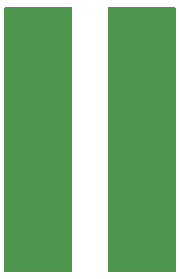
<source format=gbr>
%TF.GenerationSoftware,KiCad,Pcbnew,7.0.5*%
%TF.CreationDate,2023-10-16T18:33:14-04:00*%
%TF.ProjectId,Inductor,496e6475-6374-46f7-922e-6b696361645f,rev?*%
%TF.SameCoordinates,PX7270e00PY6a55ae0*%
%TF.FileFunction,Copper,L1,Top*%
%TF.FilePolarity,Positive*%
%FSLAX46Y46*%
G04 Gerber Fmt 4.6, Leading zero omitted, Abs format (unit mm)*
G04 Created by KiCad (PCBNEW 7.0.5) date 2023-10-16 18:33:14*
%MOMM*%
%LPD*%
G01*
G04 APERTURE LIST*
G04 APERTURE END LIST*
%TA.AperFunction,NonConductor*%
G36*
X5943039Y22730315D02*
G01*
X5988794Y22677511D01*
X6000000Y22626000D01*
X6000000Y374000D01*
X5980315Y306961D01*
X5927511Y261206D01*
X5876000Y250000D01*
X374000Y250000D01*
X306961Y269685D01*
X261206Y322489D01*
X250000Y374000D01*
X250000Y22626000D01*
X269685Y22693039D01*
X322489Y22738794D01*
X374000Y22750000D01*
X5876000Y22750000D01*
X5943039Y22730315D01*
G37*
%TD.AperFunction*%
%TA.AperFunction,NonConductor*%
G36*
X14693039Y22730315D02*
G01*
X14738794Y22677511D01*
X14750000Y22626000D01*
X14750000Y374000D01*
X14730315Y306961D01*
X14677511Y261206D01*
X14626000Y250000D01*
X9124000Y250000D01*
X9056961Y269685D01*
X9011206Y322489D01*
X9000000Y374000D01*
X9000000Y22626000D01*
X9019685Y22693039D01*
X9072489Y22738794D01*
X9124000Y22750000D01*
X14626000Y22750000D01*
X14693039Y22730315D01*
G37*
%TD.AperFunction*%
M02*

</source>
